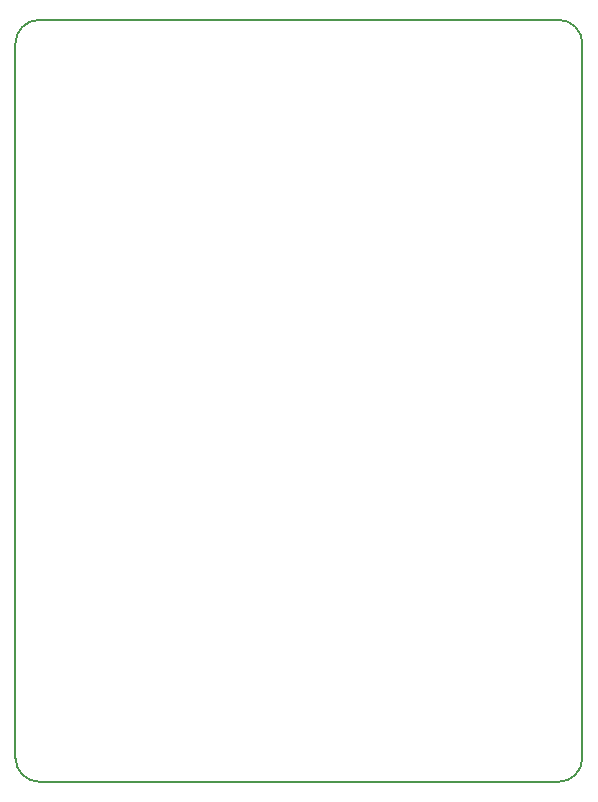
<source format=gbr>
G04 #@! TF.GenerationSoftware,KiCad,Pcbnew,(5.0.1)-3*
G04 #@! TF.CreationDate,2019-08-04T12:29:00-04:00*
G04 #@! TF.ProjectId,Dice_roller,446963655F726F6C6C65722E6B696361,rev?*
G04 #@! TF.SameCoordinates,Original*
G04 #@! TF.FileFunction,Profile,NP*
%FSLAX46Y46*%
G04 Gerber Fmt 4.6, Leading zero omitted, Abs format (unit mm)*
G04 Created by KiCad (PCBNEW (5.0.1)-3) date 8/4/2019 12:29:00 PM*
%MOMM*%
%LPD*%
G01*
G04 APERTURE LIST*
%ADD10C,0.200000*%
%ADD11C,0.150000*%
G04 APERTURE END LIST*
D10*
X114500000Y-119000000D02*
G75*
G02X112500000Y-117000000I0J2000000D01*
G01*
X112500000Y-56500000D02*
G75*
G02X114500000Y-54500000I2000000J0D01*
G01*
X160500000Y-117000000D02*
G75*
G02X158500000Y-119000000I-2000000J0D01*
G01*
X158500000Y-54500000D02*
G75*
G02X160500000Y-56500000I0J-2000000D01*
G01*
D11*
X112500000Y-117000000D02*
X112500000Y-56500000D01*
X158500000Y-119000000D02*
X114500000Y-119000000D01*
X160500000Y-56500000D02*
X160500000Y-117000000D01*
X114500000Y-54500000D02*
X158500000Y-54500000D01*
M02*

</source>
